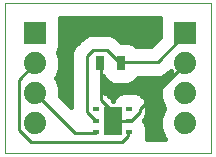
<source format=gtl>
G75*
%MOIN*%
%OFA0B0*%
%FSLAX25Y25*%
%IPPOS*%
%LPD*%
%AMOC8*
5,1,8,0,0,1.08239X$1,22.5*
%
%ADD10C,0.00000*%
%ADD11R,0.03150X0.04724*%
%ADD12R,0.07400X0.07400*%
%ADD13C,0.07400*%
%ADD14R,0.05906X0.09449*%
%ADD15R,0.02362X0.01575*%
%ADD16C,0.00984*%
%ADD17C,0.01600*%
D10*
X0001800Y0001800D02*
X0001800Y0051761D01*
X0070501Y0051761D01*
X0070501Y0001800D01*
X0001800Y0001800D01*
D11*
X0033257Y0031800D03*
X0040343Y0031800D03*
D12*
X0061800Y0041800D03*
X0011800Y0041800D03*
D13*
X0011800Y0031800D03*
X0011800Y0021800D03*
X0011800Y0011800D03*
X0061800Y0011800D03*
X0061800Y0021800D03*
X0061800Y0031800D03*
D14*
X0037706Y0012706D03*
D15*
X0043217Y0012706D03*
X0043217Y0008769D03*
X0043217Y0016643D03*
X0032194Y0016643D03*
X0032194Y0012706D03*
X0032194Y0008769D03*
D16*
X0031918Y0008611D01*
X0025028Y0008611D01*
X0012233Y0021406D01*
X0011800Y0021800D01*
X0006328Y0026328D02*
X0011800Y0031800D01*
X0006328Y0026328D02*
X0006328Y0009595D01*
X0010265Y0005658D01*
X0040776Y0005658D01*
X0042745Y0007627D01*
X0042745Y0008611D01*
X0043217Y0008769D01*
X0042745Y0012548D02*
X0037824Y0012548D01*
X0037706Y0012706D01*
X0036839Y0013532D01*
X0036839Y0016485D01*
X0033887Y0019438D01*
X0033887Y0031249D01*
X0033257Y0031800D01*
X0028965Y0034202D02*
X0030934Y0036170D01*
X0035855Y0036170D01*
X0039792Y0032233D01*
X0040343Y0031800D01*
X0040776Y0032233D01*
X0052587Y0032233D01*
X0061446Y0041091D01*
X0061800Y0041800D01*
X0061800Y0031800D02*
X0061446Y0031249D01*
X0046682Y0016485D01*
X0046682Y0015501D01*
X0043729Y0012548D01*
X0043217Y0012706D01*
X0042745Y0012548D01*
X0032194Y0012706D02*
X0031918Y0012548D01*
X0028965Y0015501D01*
X0028965Y0034202D01*
D17*
X0024451Y0036967D02*
X0020158Y0036967D01*
X0020237Y0037158D02*
X0020237Y0046442D01*
X0020022Y0046961D01*
X0053578Y0046961D01*
X0053363Y0046442D01*
X0053363Y0040404D01*
X0050421Y0037462D01*
X0045317Y0037462D01*
X0044601Y0038178D01*
X0042860Y0038899D01*
X0040521Y0038899D01*
X0038817Y0040603D01*
X0036895Y0041399D01*
X0029894Y0041399D01*
X0027972Y0040603D01*
X0026501Y0039132D01*
X0024532Y0037164D01*
X0023736Y0035242D01*
X0023736Y0017298D01*
X0020237Y0020797D01*
X0020237Y0023478D01*
X0018953Y0026579D01*
X0018732Y0026800D01*
X0018953Y0027021D01*
X0020237Y0030122D01*
X0020237Y0033478D01*
X0019458Y0035359D01*
X0019516Y0035417D01*
X0020237Y0037158D01*
X0020237Y0038566D02*
X0025934Y0038566D01*
X0027533Y0040164D02*
X0020237Y0040164D01*
X0020237Y0041763D02*
X0053363Y0041763D01*
X0053363Y0043361D02*
X0020237Y0043361D01*
X0020237Y0044960D02*
X0053363Y0044960D01*
X0053411Y0046558D02*
X0020189Y0046558D01*
X0019468Y0035369D02*
X0023789Y0035369D01*
X0023736Y0033770D02*
X0020116Y0033770D01*
X0020237Y0032172D02*
X0023736Y0032172D01*
X0023736Y0030573D02*
X0020237Y0030573D01*
X0019762Y0028975D02*
X0023736Y0028975D01*
X0023736Y0027376D02*
X0019100Y0027376D01*
X0019285Y0025778D02*
X0023736Y0025778D01*
X0023736Y0024179D02*
X0019947Y0024179D01*
X0020237Y0022581D02*
X0023736Y0022581D01*
X0023736Y0020982D02*
X0020237Y0020982D01*
X0021651Y0019384D02*
X0023736Y0019384D01*
X0023736Y0017785D02*
X0023249Y0017785D01*
X0034194Y0022167D02*
X0034194Y0027638D01*
X0034387Y0027638D01*
X0034753Y0026754D01*
X0036085Y0025422D01*
X0037826Y0024701D01*
X0042860Y0024701D01*
X0044601Y0025422D01*
X0045934Y0026754D01*
X0046037Y0027004D01*
X0053628Y0027004D01*
X0055549Y0027800D01*
X0056951Y0029202D01*
X0057068Y0028972D01*
X0057021Y0028953D01*
X0054647Y0026579D01*
X0053363Y0023478D01*
X0053363Y0020122D01*
X0054647Y0017021D01*
X0054868Y0016800D01*
X0054647Y0016579D01*
X0053363Y0013478D01*
X0053363Y0010122D01*
X0054647Y0007021D01*
X0055068Y0006600D01*
X0048954Y0006600D01*
X0049135Y0007039D01*
X0049135Y0010498D01*
X0048414Y0012239D01*
X0047948Y0012705D01*
X0048414Y0013172D01*
X0049135Y0014913D01*
X0049135Y0018372D01*
X0048414Y0020113D01*
X0047082Y0021446D01*
X0045341Y0022167D01*
X0041094Y0022167D01*
X0039353Y0021446D01*
X0038020Y0020113D01*
X0037706Y0019353D01*
X0037391Y0020113D01*
X0036058Y0021446D01*
X0034317Y0022167D01*
X0034194Y0022167D01*
X0034194Y0022581D02*
X0053363Y0022581D01*
X0053363Y0020982D02*
X0047545Y0020982D01*
X0048716Y0019384D02*
X0053669Y0019384D01*
X0054331Y0017785D02*
X0049135Y0017785D01*
X0049135Y0016187D02*
X0054485Y0016187D01*
X0053823Y0014588D02*
X0049001Y0014588D01*
X0048232Y0012990D02*
X0053363Y0012990D01*
X0053363Y0011391D02*
X0048766Y0011391D01*
X0049135Y0009793D02*
X0053499Y0009793D01*
X0054161Y0008194D02*
X0049135Y0008194D01*
X0037718Y0019384D02*
X0037693Y0019384D01*
X0036522Y0020982D02*
X0038889Y0020982D01*
X0034194Y0024179D02*
X0053653Y0024179D01*
X0054315Y0025778D02*
X0044957Y0025778D01*
X0035729Y0025778D02*
X0034194Y0025778D01*
X0034194Y0027376D02*
X0034495Y0027376D01*
X0043665Y0038566D02*
X0051525Y0038566D01*
X0053123Y0040164D02*
X0039256Y0040164D01*
X0056724Y0028975D02*
X0057067Y0028975D01*
X0055444Y0027376D02*
X0054526Y0027376D01*
M02*

</source>
